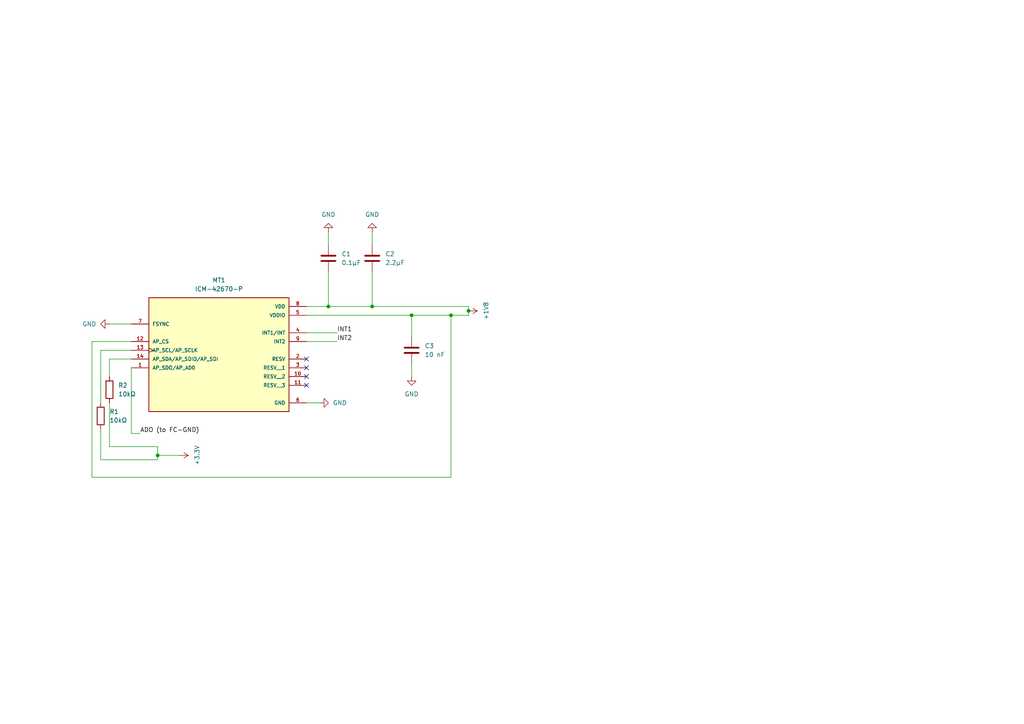
<source format=kicad_sch>
(kicad_sch
	(version 20231120)
	(generator "eeschema")
	(generator_version "8.0")
	(uuid "6562eddb-ab6f-4db8-bf51-f6dd62ac5007")
	(paper "A4")
	(lib_symbols
		(symbol "Device:C"
			(pin_numbers hide)
			(pin_names
				(offset 0.254)
			)
			(exclude_from_sim no)
			(in_bom yes)
			(on_board yes)
			(property "Reference" "C"
				(at 0.635 2.54 0)
				(effects
					(font
						(size 1.27 1.27)
					)
					(justify left)
				)
			)
			(property "Value" "C"
				(at 0.635 -2.54 0)
				(effects
					(font
						(size 1.27 1.27)
					)
					(justify left)
				)
			)
			(property "Footprint" ""
				(at 0.9652 -3.81 0)
				(effects
					(font
						(size 1.27 1.27)
					)
					(hide yes)
				)
			)
			(property "Datasheet" "~"
				(at 0 0 0)
				(effects
					(font
						(size 1.27 1.27)
					)
					(hide yes)
				)
			)
			(property "Description" "Unpolarized capacitor"
				(at 0 0 0)
				(effects
					(font
						(size 1.27 1.27)
					)
					(hide yes)
				)
			)
			(property "ki_keywords" "cap capacitor"
				(at 0 0 0)
				(effects
					(font
						(size 1.27 1.27)
					)
					(hide yes)
				)
			)
			(property "ki_fp_filters" "C_*"
				(at 0 0 0)
				(effects
					(font
						(size 1.27 1.27)
					)
					(hide yes)
				)
			)
			(symbol "C_0_1"
				(polyline
					(pts
						(xy -2.032 -0.762) (xy 2.032 -0.762)
					)
					(stroke
						(width 0.508)
						(type default)
					)
					(fill
						(type none)
					)
				)
				(polyline
					(pts
						(xy -2.032 0.762) (xy 2.032 0.762)
					)
					(stroke
						(width 0.508)
						(type default)
					)
					(fill
						(type none)
					)
				)
			)
			(symbol "C_1_1"
				(pin passive line
					(at 0 3.81 270)
					(length 2.794)
					(name "~"
						(effects
							(font
								(size 1.27 1.27)
							)
						)
					)
					(number "1"
						(effects
							(font
								(size 1.27 1.27)
							)
						)
					)
				)
				(pin passive line
					(at 0 -3.81 90)
					(length 2.794)
					(name "~"
						(effects
							(font
								(size 1.27 1.27)
							)
						)
					)
					(number "2"
						(effects
							(font
								(size 1.27 1.27)
							)
						)
					)
				)
			)
		)
		(symbol "Device:R"
			(pin_numbers hide)
			(pin_names
				(offset 0)
			)
			(exclude_from_sim no)
			(in_bom yes)
			(on_board yes)
			(property "Reference" "R"
				(at 2.032 0 90)
				(effects
					(font
						(size 1.27 1.27)
					)
				)
			)
			(property "Value" "R"
				(at 0 0 90)
				(effects
					(font
						(size 1.27 1.27)
					)
				)
			)
			(property "Footprint" ""
				(at -1.778 0 90)
				(effects
					(font
						(size 1.27 1.27)
					)
					(hide yes)
				)
			)
			(property "Datasheet" "~"
				(at 0 0 0)
				(effects
					(font
						(size 1.27 1.27)
					)
					(hide yes)
				)
			)
			(property "Description" "Resistor"
				(at 0 0 0)
				(effects
					(font
						(size 1.27 1.27)
					)
					(hide yes)
				)
			)
			(property "ki_keywords" "R res resistor"
				(at 0 0 0)
				(effects
					(font
						(size 1.27 1.27)
					)
					(hide yes)
				)
			)
			(property "ki_fp_filters" "R_*"
				(at 0 0 0)
				(effects
					(font
						(size 1.27 1.27)
					)
					(hide yes)
				)
			)
			(symbol "R_0_1"
				(rectangle
					(start -1.016 -2.54)
					(end 1.016 2.54)
					(stroke
						(width 0.254)
						(type default)
					)
					(fill
						(type none)
					)
				)
			)
			(symbol "R_1_1"
				(pin passive line
					(at 0 3.81 270)
					(length 1.27)
					(name "~"
						(effects
							(font
								(size 1.27 1.27)
							)
						)
					)
					(number "1"
						(effects
							(font
								(size 1.27 1.27)
							)
						)
					)
				)
				(pin passive line
					(at 0 -3.81 90)
					(length 1.27)
					(name "~"
						(effects
							(font
								(size 1.27 1.27)
							)
						)
					)
					(number "2"
						(effects
							(font
								(size 1.27 1.27)
							)
						)
					)
				)
			)
		)
		(symbol "ICM-42670-P:ICM-42670-P"
			(pin_names
				(offset 1.016)
			)
			(exclude_from_sim no)
			(in_bom yes)
			(on_board yes)
			(property "Reference" "MT"
				(at -20.32 13.97 0)
				(effects
					(font
						(size 1.27 1.27)
					)
					(justify left bottom)
				)
			)
			(property "Value" "ICM-42670-P"
				(at -20.32 -22.86 0)
				(effects
					(font
						(size 1.27 1.27)
					)
					(justify left bottom)
				)
			)
			(property "Footprint" "ICM-42670-P:XDCR_ICM-42670-P"
				(at 0 0 0)
				(effects
					(font
						(size 1.27 1.27)
					)
					(justify bottom)
					(hide yes)
				)
			)
			(property "Datasheet" ""
				(at 0 0 0)
				(effects
					(font
						(size 1.27 1.27)
					)
					(hide yes)
				)
			)
			(property "Description" ""
				(at 0 0 0)
				(effects
					(font
						(size 1.27 1.27)
					)
					(hide yes)
				)
			)
			(property "PARTREV" "1.1"
				(at 0 0 0)
				(effects
					(font
						(size 1.27 1.27)
					)
					(justify bottom)
					(hide yes)
				)
			)
			(property "STANDARD" "Manufacturer Recommendations"
				(at 0 0 0)
				(effects
					(font
						(size 1.27 1.27)
					)
					(justify bottom)
					(hide yes)
				)
			)
			(property "MAXIMUM_PACKAGE_HEIGHT" "0.81 mm"
				(at 0 0 0)
				(effects
					(font
						(size 1.27 1.27)
					)
					(justify bottom)
					(hide yes)
				)
			)
			(property "MANUFACTURER" "TDK InvenSense"
				(at 0 0 0)
				(effects
					(font
						(size 1.27 1.27)
					)
					(justify bottom)
					(hide yes)
				)
			)
			(symbol "ICM-42670-P_0_0"
				(rectangle
					(start -20.32 -20.32)
					(end 20.32 12.7)
					(stroke
						(width 0.254)
						(type default)
					)
					(fill
						(type background)
					)
				)
				(pin bidirectional line
					(at -25.4 -7.62 0)
					(length 5.08)
					(name "AP_SDO/AP_AD0"
						(effects
							(font
								(size 1.016 1.016)
							)
						)
					)
					(number "1"
						(effects
							(font
								(size 1.016 1.016)
							)
						)
					)
				)
				(pin passive line
					(at 25.4 -10.16 180)
					(length 5.08)
					(name "RESV__2"
						(effects
							(font
								(size 1.016 1.016)
							)
						)
					)
					(number "10"
						(effects
							(font
								(size 1.016 1.016)
							)
						)
					)
				)
				(pin passive line
					(at 25.4 -12.7 180)
					(length 5.08)
					(name "RESV__3"
						(effects
							(font
								(size 1.016 1.016)
							)
						)
					)
					(number "11"
						(effects
							(font
								(size 1.016 1.016)
							)
						)
					)
				)
				(pin input line
					(at -25.4 0 0)
					(length 5.08)
					(name "AP_CS"
						(effects
							(font
								(size 1.016 1.016)
							)
						)
					)
					(number "12"
						(effects
							(font
								(size 1.016 1.016)
							)
						)
					)
				)
				(pin input clock
					(at -25.4 -2.54 0)
					(length 5.08)
					(name "AP_SCL/AP_SCLK"
						(effects
							(font
								(size 1.016 1.016)
							)
						)
					)
					(number "13"
						(effects
							(font
								(size 1.016 1.016)
							)
						)
					)
				)
				(pin bidirectional line
					(at -25.4 -5.08 0)
					(length 5.08)
					(name "AP_SDA/AP_SDIO/AP_SDI"
						(effects
							(font
								(size 1.016 1.016)
							)
						)
					)
					(number "14"
						(effects
							(font
								(size 1.016 1.016)
							)
						)
					)
				)
				(pin passive line
					(at 25.4 -5.08 180)
					(length 5.08)
					(name "RESV"
						(effects
							(font
								(size 1.016 1.016)
							)
						)
					)
					(number "2"
						(effects
							(font
								(size 1.016 1.016)
							)
						)
					)
				)
				(pin passive line
					(at 25.4 -7.62 180)
					(length 5.08)
					(name "RESV__1"
						(effects
							(font
								(size 1.016 1.016)
							)
						)
					)
					(number "3"
						(effects
							(font
								(size 1.016 1.016)
							)
						)
					)
				)
				(pin output line
					(at 25.4 2.54 180)
					(length 5.08)
					(name "INT1/INT"
						(effects
							(font
								(size 1.016 1.016)
							)
						)
					)
					(number "4"
						(effects
							(font
								(size 1.016 1.016)
							)
						)
					)
				)
				(pin power_in line
					(at 25.4 7.62 180)
					(length 5.08)
					(name "VDDIO"
						(effects
							(font
								(size 1.016 1.016)
							)
						)
					)
					(number "5"
						(effects
							(font
								(size 1.016 1.016)
							)
						)
					)
				)
				(pin power_in line
					(at 25.4 -17.78 180)
					(length 5.08)
					(name "GND"
						(effects
							(font
								(size 1.016 1.016)
							)
						)
					)
					(number "6"
						(effects
							(font
								(size 1.016 1.016)
							)
						)
					)
				)
				(pin input line
					(at -25.4 5.08 0)
					(length 5.08)
					(name "FSYNC"
						(effects
							(font
								(size 1.016 1.016)
							)
						)
					)
					(number "7"
						(effects
							(font
								(size 1.016 1.016)
							)
						)
					)
				)
				(pin power_in line
					(at 25.4 10.16 180)
					(length 5.08)
					(name "VDD"
						(effects
							(font
								(size 1.016 1.016)
							)
						)
					)
					(number "8"
						(effects
							(font
								(size 1.016 1.016)
							)
						)
					)
				)
				(pin output line
					(at 25.4 0 180)
					(length 5.08)
					(name "INT2"
						(effects
							(font
								(size 1.016 1.016)
							)
						)
					)
					(number "9"
						(effects
							(font
								(size 1.016 1.016)
							)
						)
					)
				)
			)
		)
		(symbol "power:+1V8"
			(power)
			(pin_numbers hide)
			(pin_names
				(offset 0) hide)
			(exclude_from_sim no)
			(in_bom yes)
			(on_board yes)
			(property "Reference" "#PWR"
				(at 0 -3.81 0)
				(effects
					(font
						(size 1.27 1.27)
					)
					(hide yes)
				)
			)
			(property "Value" "+1V8"
				(at 0 3.556 0)
				(effects
					(font
						(size 1.27 1.27)
					)
				)
			)
			(property "Footprint" ""
				(at 0 0 0)
				(effects
					(font
						(size 1.27 1.27)
					)
					(hide yes)
				)
			)
			(property "Datasheet" ""
				(at 0 0 0)
				(effects
					(font
						(size 1.27 1.27)
					)
					(hide yes)
				)
			)
			(property "Description" "Power symbol creates a global label with name \"+1V8\""
				(at 0 0 0)
				(effects
					(font
						(size 1.27 1.27)
					)
					(hide yes)
				)
			)
			(property "ki_keywords" "global power"
				(at 0 0 0)
				(effects
					(font
						(size 1.27 1.27)
					)
					(hide yes)
				)
			)
			(symbol "+1V8_0_1"
				(polyline
					(pts
						(xy -0.762 1.27) (xy 0 2.54)
					)
					(stroke
						(width 0)
						(type default)
					)
					(fill
						(type none)
					)
				)
				(polyline
					(pts
						(xy 0 0) (xy 0 2.54)
					)
					(stroke
						(width 0)
						(type default)
					)
					(fill
						(type none)
					)
				)
				(polyline
					(pts
						(xy 0 2.54) (xy 0.762 1.27)
					)
					(stroke
						(width 0)
						(type default)
					)
					(fill
						(type none)
					)
				)
			)
			(symbol "+1V8_1_1"
				(pin power_in line
					(at 0 0 90)
					(length 0)
					(name "~"
						(effects
							(font
								(size 1.27 1.27)
							)
						)
					)
					(number "1"
						(effects
							(font
								(size 1.27 1.27)
							)
						)
					)
				)
			)
		)
		(symbol "power:+3.3V"
			(power)
			(pin_numbers hide)
			(pin_names
				(offset 0) hide)
			(exclude_from_sim no)
			(in_bom yes)
			(on_board yes)
			(property "Reference" "#PWR"
				(at 0 -3.81 0)
				(effects
					(font
						(size 1.27 1.27)
					)
					(hide yes)
				)
			)
			(property "Value" "+3.3V"
				(at 0 3.556 0)
				(effects
					(font
						(size 1.27 1.27)
					)
				)
			)
			(property "Footprint" ""
				(at 0 0 0)
				(effects
					(font
						(size 1.27 1.27)
					)
					(hide yes)
				)
			)
			(property "Datasheet" ""
				(at 0 0 0)
				(effects
					(font
						(size 1.27 1.27)
					)
					(hide yes)
				)
			)
			(property "Description" "Power symbol creates a global label with name \"+3.3V\""
				(at 0 0 0)
				(effects
					(font
						(size 1.27 1.27)
					)
					(hide yes)
				)
			)
			(property "ki_keywords" "global power"
				(at 0 0 0)
				(effects
					(font
						(size 1.27 1.27)
					)
					(hide yes)
				)
			)
			(symbol "+3.3V_0_1"
				(polyline
					(pts
						(xy -0.762 1.27) (xy 0 2.54)
					)
					(stroke
						(width 0)
						(type default)
					)
					(fill
						(type none)
					)
				)
				(polyline
					(pts
						(xy 0 0) (xy 0 2.54)
					)
					(stroke
						(width 0)
						(type default)
					)
					(fill
						(type none)
					)
				)
				(polyline
					(pts
						(xy 0 2.54) (xy 0.762 1.27)
					)
					(stroke
						(width 0)
						(type default)
					)
					(fill
						(type none)
					)
				)
			)
			(symbol "+3.3V_1_1"
				(pin power_in line
					(at 0 0 90)
					(length 0)
					(name "~"
						(effects
							(font
								(size 1.27 1.27)
							)
						)
					)
					(number "1"
						(effects
							(font
								(size 1.27 1.27)
							)
						)
					)
				)
			)
		)
		(symbol "power:GND"
			(power)
			(pin_numbers hide)
			(pin_names
				(offset 0) hide)
			(exclude_from_sim no)
			(in_bom yes)
			(on_board yes)
			(property "Reference" "#PWR"
				(at 0 -6.35 0)
				(effects
					(font
						(size 1.27 1.27)
					)
					(hide yes)
				)
			)
			(property "Value" "GND"
				(at 0 -3.81 0)
				(effects
					(font
						(size 1.27 1.27)
					)
				)
			)
			(property "Footprint" ""
				(at 0 0 0)
				(effects
					(font
						(size 1.27 1.27)
					)
					(hide yes)
				)
			)
			(property "Datasheet" ""
				(at 0 0 0)
				(effects
					(font
						(size 1.27 1.27)
					)
					(hide yes)
				)
			)
			(property "Description" "Power symbol creates a global label with name \"GND\" , ground"
				(at 0 0 0)
				(effects
					(font
						(size 1.27 1.27)
					)
					(hide yes)
				)
			)
			(property "ki_keywords" "global power"
				(at 0 0 0)
				(effects
					(font
						(size 1.27 1.27)
					)
					(hide yes)
				)
			)
			(symbol "GND_0_1"
				(polyline
					(pts
						(xy 0 0) (xy 0 -1.27) (xy 1.27 -1.27) (xy 0 -2.54) (xy -1.27 -1.27) (xy 0 -1.27)
					)
					(stroke
						(width 0)
						(type default)
					)
					(fill
						(type none)
					)
				)
			)
			(symbol "GND_1_1"
				(pin power_in line
					(at 0 0 270)
					(length 0)
					(name "~"
						(effects
							(font
								(size 1.27 1.27)
							)
						)
					)
					(number "1"
						(effects
							(font
								(size 1.27 1.27)
							)
						)
					)
				)
			)
		)
	)
	(junction
		(at 119.38 91.44)
		(diameter 0)
		(color 0 0 0 0)
		(uuid "0710e8cb-a7a9-4904-ae44-26eaf3989c6a")
	)
	(junction
		(at 95.25 88.9)
		(diameter 0)
		(color 0 0 0 0)
		(uuid "2918dd9d-32f8-428b-8056-ace5f9dac305")
	)
	(junction
		(at 107.95 88.9)
		(diameter 0)
		(color 0 0 0 0)
		(uuid "2a14d9fd-74a3-4139-ab19-c03151ac0789")
	)
	(junction
		(at 130.81 91.44)
		(diameter 0)
		(color 0 0 0 0)
		(uuid "4833b915-e561-4df5-9b4c-8665d750f804")
	)
	(junction
		(at 135.89 90.17)
		(diameter 0)
		(color 0 0 0 0)
		(uuid "ad84727d-a2af-4995-ad44-b205020dc7e2")
	)
	(junction
		(at 45.72 132.08)
		(diameter 0)
		(color 0 0 0 0)
		(uuid "cd32ef55-1a7d-41fd-b3eb-eab8afbdc61f")
	)
	(no_connect
		(at 88.9 111.76)
		(uuid "3a33b585-0b91-4c65-9573-5997d8c4d671")
	)
	(no_connect
		(at 88.9 106.68)
		(uuid "636629a8-aec9-47a7-853c-6150a94a9087")
	)
	(no_connect
		(at 88.9 109.22)
		(uuid "afd49ea1-b283-440f-af9c-ab4f200990a9")
	)
	(no_connect
		(at 88.9 104.14)
		(uuid "f339f175-505e-45fc-a73c-5322fbc549eb")
	)
	(wire
		(pts
			(xy 45.72 133.35) (xy 29.21 133.35)
		)
		(stroke
			(width 0)
			(type default)
		)
		(uuid "041130ed-1f7f-407c-b682-46a32fd8ccf3")
	)
	(wire
		(pts
			(xy 107.95 78.74) (xy 107.95 88.9)
		)
		(stroke
			(width 0)
			(type default)
		)
		(uuid "07b465d5-c3fa-488b-aa2a-3235a6fbed46")
	)
	(wire
		(pts
			(xy 95.25 78.74) (xy 95.25 88.9)
		)
		(stroke
			(width 0)
			(type default)
		)
		(uuid "0a97e747-a5df-4ab4-b56a-1073ff950652")
	)
	(wire
		(pts
			(xy 135.89 88.9) (xy 135.89 90.17)
		)
		(stroke
			(width 0)
			(type default)
		)
		(uuid "12f5af05-1261-455c-af9d-6e326cdd8ba4")
	)
	(wire
		(pts
			(xy 31.75 129.54) (xy 45.72 129.54)
		)
		(stroke
			(width 0)
			(type default)
		)
		(uuid "17837fea-2c0e-41f1-9535-6ffbfe27d1bd")
	)
	(wire
		(pts
			(xy 26.67 138.43) (xy 130.81 138.43)
		)
		(stroke
			(width 0)
			(type default)
		)
		(uuid "1804638d-0d2c-4e75-ab1e-925400a2d3b0")
	)
	(wire
		(pts
			(xy 38.1 125.73) (xy 40.64 125.73)
		)
		(stroke
			(width 0)
			(type default)
		)
		(uuid "1bff00a1-8c3e-4d69-9ec7-aeba7e6f9273")
	)
	(wire
		(pts
			(xy 45.72 132.08) (xy 52.07 132.08)
		)
		(stroke
			(width 0)
			(type default)
		)
		(uuid "2930a3c1-131e-49e5-a582-23fda79063d0")
	)
	(wire
		(pts
			(xy 95.25 67.31) (xy 95.25 71.12)
		)
		(stroke
			(width 0)
			(type default)
		)
		(uuid "3537d350-10e6-4f6d-930e-f1ae2e28505f")
	)
	(wire
		(pts
			(xy 38.1 99.06) (xy 26.67 99.06)
		)
		(stroke
			(width 0)
			(type default)
		)
		(uuid "3e93025f-9719-44c4-b0af-5a3a3d3c8d9f")
	)
	(wire
		(pts
			(xy 119.38 91.44) (xy 130.81 91.44)
		)
		(stroke
			(width 0)
			(type default)
		)
		(uuid "3fe4dbeb-b7b0-4dc1-abf9-54cd5f8e91c3")
	)
	(wire
		(pts
			(xy 38.1 106.68) (xy 38.1 125.73)
		)
		(stroke
			(width 0)
			(type default)
		)
		(uuid "40e7ae60-1507-4f2d-995d-e02dd3bb72d5")
	)
	(wire
		(pts
			(xy 31.75 93.98) (xy 38.1 93.98)
		)
		(stroke
			(width 0)
			(type default)
		)
		(uuid "4346284a-7d7b-41a3-bd8e-a674f7855bfc")
	)
	(wire
		(pts
			(xy 119.38 105.41) (xy 119.38 109.22)
		)
		(stroke
			(width 0)
			(type default)
		)
		(uuid "5dc87117-72d8-45bc-91ea-ed361166ac02")
	)
	(wire
		(pts
			(xy 29.21 101.6) (xy 38.1 101.6)
		)
		(stroke
			(width 0)
			(type default)
		)
		(uuid "6b13fe12-642f-49dd-a98e-da2c35404929")
	)
	(wire
		(pts
			(xy 29.21 124.46) (xy 29.21 133.35)
		)
		(stroke
			(width 0)
			(type default)
		)
		(uuid "76ee9150-3063-4c90-afe9-6f5ebc7d14bb")
	)
	(wire
		(pts
			(xy 95.25 88.9) (xy 107.95 88.9)
		)
		(stroke
			(width 0)
			(type default)
		)
		(uuid "7ebb2675-bd1a-49a3-94bc-3f3aa4200363")
	)
	(wire
		(pts
			(xy 31.75 104.14) (xy 31.75 109.22)
		)
		(stroke
			(width 0)
			(type default)
		)
		(uuid "814c1789-53b2-4240-9baf-ba4665a4cde3")
	)
	(wire
		(pts
			(xy 38.1 104.14) (xy 31.75 104.14)
		)
		(stroke
			(width 0)
			(type default)
		)
		(uuid "8351450a-875b-4cfd-ac8b-98b64ff41486")
	)
	(wire
		(pts
			(xy 119.38 91.44) (xy 119.38 97.79)
		)
		(stroke
			(width 0)
			(type default)
		)
		(uuid "93292b96-54c3-474d-8eb9-49c9ec0a55e3")
	)
	(wire
		(pts
			(xy 31.75 116.84) (xy 31.75 129.54)
		)
		(stroke
			(width 0)
			(type default)
		)
		(uuid "9fec5406-adb6-4ece-814c-845c22ec5254")
	)
	(wire
		(pts
			(xy 88.9 88.9) (xy 95.25 88.9)
		)
		(stroke
			(width 0)
			(type default)
		)
		(uuid "a00849c3-220f-4dc5-96d5-257663c3864c")
	)
	(wire
		(pts
			(xy 26.67 99.06) (xy 26.67 138.43)
		)
		(stroke
			(width 0)
			(type default)
		)
		(uuid "aa8c787d-d4c1-4a7d-ab7d-ff73a687d10b")
	)
	(wire
		(pts
			(xy 88.9 96.52) (xy 97.79 96.52)
		)
		(stroke
			(width 0)
			(type default)
		)
		(uuid "c12be44e-cb4a-45e3-875a-d67702237559")
	)
	(wire
		(pts
			(xy 88.9 91.44) (xy 119.38 91.44)
		)
		(stroke
			(width 0)
			(type default)
		)
		(uuid "cdda59ab-7985-473f-9322-42aebd1bf1e6")
	)
	(wire
		(pts
			(xy 45.72 129.54) (xy 45.72 132.08)
		)
		(stroke
			(width 0)
			(type default)
		)
		(uuid "d6ed7ef4-1209-4cac-82a0-4ed1d38a826f")
	)
	(wire
		(pts
			(xy 107.95 88.9) (xy 135.89 88.9)
		)
		(stroke
			(width 0)
			(type default)
		)
		(uuid "d7e3724b-69d0-429c-a597-a79c503de140")
	)
	(wire
		(pts
			(xy 135.89 90.17) (xy 135.89 91.44)
		)
		(stroke
			(width 0)
			(type default)
		)
		(uuid "d9a86645-b2d5-42c3-8581-b96867565b8d")
	)
	(wire
		(pts
			(xy 29.21 101.6) (xy 29.21 116.84)
		)
		(stroke
			(width 0)
			(type default)
		)
		(uuid "dccd8e2e-ff23-4127-a4d0-25fa8d11edeb")
	)
	(wire
		(pts
			(xy 130.81 138.43) (xy 130.81 91.44)
		)
		(stroke
			(width 0)
			(type default)
		)
		(uuid "dfab7c94-9b86-4d32-8c58-97947c0a6e08")
	)
	(wire
		(pts
			(xy 88.9 99.06) (xy 97.79 99.06)
		)
		(stroke
			(width 0)
			(type default)
		)
		(uuid "e0124c30-72d4-4050-8b70-5a6d8b41f0b4")
	)
	(wire
		(pts
			(xy 45.72 132.08) (xy 45.72 133.35)
		)
		(stroke
			(width 0)
			(type default)
		)
		(uuid "e0edc68b-85b3-4b4b-94f5-3578cf31ccd5")
	)
	(wire
		(pts
			(xy 107.95 67.31) (xy 107.95 71.12)
		)
		(stroke
			(width 0)
			(type default)
		)
		(uuid "e4596fa0-4612-49ed-aab2-041242be7745")
	)
	(wire
		(pts
			(xy 88.9 116.84) (xy 92.71 116.84)
		)
		(stroke
			(width 0)
			(type default)
		)
		(uuid "f5ca8b99-9b35-4084-9e0c-1ea89b02243e")
	)
	(wire
		(pts
			(xy 130.81 91.44) (xy 135.89 91.44)
		)
		(stroke
			(width 0)
			(type default)
		)
		(uuid "fb67e216-1f37-4e48-b5c7-25a5da7beafb")
	)
	(label "INT2"
		(at 97.79 99.06 0)
		(fields_autoplaced yes)
		(effects
			(font
				(size 1.27 1.27)
			)
			(justify left bottom)
		)
		(uuid "53db232d-47ef-4ce5-85c3-1a4d5d524698")
	)
	(label "INT1"
		(at 97.79 96.52 0)
		(fields_autoplaced yes)
		(effects
			(font
				(size 1.27 1.27)
			)
			(justify left bottom)
		)
		(uuid "54717b05-ef9c-4bb3-b11a-df203e79aeb0")
	)
	(label "ADO (to FC-GND)"
		(at 40.64 125.73 0)
		(fields_autoplaced yes)
		(effects
			(font
				(size 1.27 1.27)
			)
			(justify left bottom)
		)
		(uuid "cc478ddc-e60e-4301-bd7f-2d45806e8c8b")
	)
	(symbol
		(lib_id "power:GND")
		(at 107.95 67.31 180)
		(unit 1)
		(exclude_from_sim no)
		(in_bom yes)
		(on_board yes)
		(dnp no)
		(fields_autoplaced yes)
		(uuid "01b53208-4d80-478a-aea5-60d3b5472373")
		(property "Reference" "#PWR02"
			(at 107.95 60.96 0)
			(effects
				(font
					(size 1.27 1.27)
				)
				(hide yes)
			)
		)
		(property "Value" "GND"
			(at 107.95 62.23 0)
			(effects
				(font
					(size 1.27 1.27)
				)
			)
		)
		(property "Footprint" ""
			(at 107.95 67.31 0)
			(effects
				(font
					(size 1.27 1.27)
				)
				(hide yes)
			)
		)
		(property "Datasheet" ""
			(at 107.95 67.31 0)
			(effects
				(font
					(size 1.27 1.27)
				)
				(hide yes)
			)
		)
		(property "Description" "Power symbol creates a global label with name \"GND\" , ground"
			(at 107.95 67.31 0)
			(effects
				(font
					(size 1.27 1.27)
				)
				(hide yes)
			)
		)
		(pin "1"
			(uuid "2d4d8117-18c3-40c0-80ff-de32ace48050")
		)
		(instances
			(project ""
				(path "/6562eddb-ab6f-4db8-bf51-f6dd62ac5007"
					(reference "#PWR02")
					(unit 1)
				)
			)
		)
	)
	(symbol
		(lib_id "Device:C")
		(at 107.95 74.93 0)
		(unit 1)
		(exclude_from_sim no)
		(in_bom yes)
		(on_board yes)
		(dnp no)
		(fields_autoplaced yes)
		(uuid "07008d04-5f91-4004-b651-ba7b65d0220d")
		(property "Reference" "C2"
			(at 111.76 73.6599 0)
			(effects
				(font
					(size 1.27 1.27)
				)
				(justify left)
			)
		)
		(property "Value" "2.2µF"
			(at 111.76 76.1999 0)
			(effects
				(font
					(size 1.27 1.27)
				)
				(justify left)
			)
		)
		(property "Footprint" ""
			(at 108.9152 78.74 0)
			(effects
				(font
					(size 1.27 1.27)
				)
				(hide yes)
			)
		)
		(property "Datasheet" "~"
			(at 107.95 74.93 0)
			(effects
				(font
					(size 1.27 1.27)
				)
				(hide yes)
			)
		)
		(property "Description" "Unpolarized capacitor"
			(at 107.95 74.93 0)
			(effects
				(font
					(size 1.27 1.27)
				)
				(hide yes)
			)
		)
		(pin "2"
			(uuid "1284ab5b-8a81-43a4-b653-754aafd6eabb")
		)
		(pin "1"
			(uuid "d7b34122-3308-4301-b634-2449c345787f")
		)
		(instances
			(project ""
				(path "/6562eddb-ab6f-4db8-bf51-f6dd62ac5007"
					(reference "C2")
					(unit 1)
				)
			)
		)
	)
	(symbol
		(lib_id "power:GND")
		(at 119.38 109.22 0)
		(unit 1)
		(exclude_from_sim no)
		(in_bom yes)
		(on_board yes)
		(dnp no)
		(fields_autoplaced yes)
		(uuid "1cf89357-0728-4f23-9a97-3f61bb4ededd")
		(property "Reference" "#PWR01"
			(at 119.38 115.57 0)
			(effects
				(font
					(size 1.27 1.27)
				)
				(hide yes)
			)
		)
		(property "Value" "GND"
			(at 119.38 114.3 0)
			(effects
				(font
					(size 1.27 1.27)
				)
			)
		)
		(property "Footprint" ""
			(at 119.38 109.22 0)
			(effects
				(font
					(size 1.27 1.27)
				)
				(hide yes)
			)
		)
		(property "Datasheet" ""
			(at 119.38 109.22 0)
			(effects
				(font
					(size 1.27 1.27)
				)
				(hide yes)
			)
		)
		(property "Description" "Power symbol creates a global label with name \"GND\" , ground"
			(at 119.38 109.22 0)
			(effects
				(font
					(size 1.27 1.27)
				)
				(hide yes)
			)
		)
		(pin "1"
			(uuid "cf0df387-84b3-4159-bc56-37b539484ae7")
		)
		(instances
			(project ""
				(path "/6562eddb-ab6f-4db8-bf51-f6dd62ac5007"
					(reference "#PWR01")
					(unit 1)
				)
			)
		)
	)
	(symbol
		(lib_id "power:+3.3V")
		(at 52.07 132.08 270)
		(unit 1)
		(exclude_from_sim no)
		(in_bom yes)
		(on_board yes)
		(dnp no)
		(fields_autoplaced yes)
		(uuid "33a10f52-c93d-483b-9941-805a3d7c9393")
		(property "Reference" "#PWR07"
			(at 48.26 132.08 0)
			(effects
				(font
					(size 1.27 1.27)
				)
				(hide yes)
			)
		)
		(property "Value" "+3.3V"
			(at 57.15 132.08 0)
			(effects
				(font
					(size 1.27 1.27)
				)
			)
		)
		(property "Footprint" ""
			(at 52.07 132.08 0)
			(effects
				(font
					(size 1.27 1.27)
				)
				(hide yes)
			)
		)
		(property "Datasheet" ""
			(at 52.07 132.08 0)
			(effects
				(font
					(size 1.27 1.27)
				)
				(hide yes)
			)
		)
		(property "Description" "Power symbol creates a global label with name \"+3.3V\""
			(at 52.07 132.08 0)
			(effects
				(font
					(size 1.27 1.27)
				)
				(hide yes)
			)
		)
		(pin "1"
			(uuid "5a1ea80e-7216-4d43-9c69-e1c96a6f2289")
		)
		(instances
			(project ""
				(path "/6562eddb-ab6f-4db8-bf51-f6dd62ac5007"
					(reference "#PWR07")
					(unit 1)
				)
			)
		)
	)
	(symbol
		(lib_id "power:GND")
		(at 31.75 93.98 270)
		(mirror x)
		(unit 1)
		(exclude_from_sim no)
		(in_bom yes)
		(on_board yes)
		(dnp no)
		(fields_autoplaced yes)
		(uuid "3fe1d07f-33ab-42db-82ab-e21b120d14e8")
		(property "Reference" "#PWR06"
			(at 25.4 93.98 0)
			(effects
				(font
					(size 1.27 1.27)
				)
				(hide yes)
			)
		)
		(property "Value" "GND"
			(at 27.94 93.9799 90)
			(effects
				(font
					(size 1.27 1.27)
				)
				(justify right)
			)
		)
		(property "Footprint" ""
			(at 31.75 93.98 0)
			(effects
				(font
					(size 1.27 1.27)
				)
				(hide yes)
			)
		)
		(property "Datasheet" ""
			(at 31.75 93.98 0)
			(effects
				(font
					(size 1.27 1.27)
				)
				(hide yes)
			)
		)
		(property "Description" "Power symbol creates a global label with name \"GND\" , ground"
			(at 31.75 93.98 0)
			(effects
				(font
					(size 1.27 1.27)
				)
				(hide yes)
			)
		)
		(pin "1"
			(uuid "4736a191-10f8-4920-931e-d9625cb829d7")
		)
		(instances
			(project ""
				(path "/6562eddb-ab6f-4db8-bf51-f6dd62ac5007"
					(reference "#PWR06")
					(unit 1)
				)
			)
		)
	)
	(symbol
		(lib_id "power:GND")
		(at 92.71 116.84 90)
		(unit 1)
		(exclude_from_sim no)
		(in_bom yes)
		(on_board yes)
		(dnp no)
		(fields_autoplaced yes)
		(uuid "6f3a6d9b-6cbd-42f8-b150-3e36f46fdb1c")
		(property "Reference" "#PWR04"
			(at 99.06 116.84 0)
			(effects
				(font
					(size 1.27 1.27)
				)
				(hide yes)
			)
		)
		(property "Value" "GND"
			(at 96.52 116.8399 90)
			(effects
				(font
					(size 1.27 1.27)
				)
				(justify right)
			)
		)
		(property "Footprint" ""
			(at 92.71 116.84 0)
			(effects
				(font
					(size 1.27 1.27)
				)
				(hide yes)
			)
		)
		(property "Datasheet" ""
			(at 92.71 116.84 0)
			(effects
				(font
					(size 1.27 1.27)
				)
				(hide yes)
			)
		)
		(property "Description" "Power symbol creates a global label with name \"GND\" , ground"
			(at 92.71 116.84 0)
			(effects
				(font
					(size 1.27 1.27)
				)
				(hide yes)
			)
		)
		(pin "1"
			(uuid "3c2ee198-7a04-49ea-addd-d89b682a45c0")
		)
		(instances
			(project ""
				(path "/6562eddb-ab6f-4db8-bf51-f6dd62ac5007"
					(reference "#PWR04")
					(unit 1)
				)
			)
		)
	)
	(symbol
		(lib_id "Device:R")
		(at 29.21 120.65 0)
		(unit 1)
		(exclude_from_sim no)
		(in_bom yes)
		(on_board yes)
		(dnp no)
		(fields_autoplaced yes)
		(uuid "8a8aa24c-8899-4217-abe3-088832651574")
		(property "Reference" "R1"
			(at 31.75 119.3799 0)
			(effects
				(font
					(size 1.27 1.27)
				)
				(justify left)
			)
		)
		(property "Value" "10kΩ"
			(at 31.75 121.9199 0)
			(effects
				(font
					(size 1.27 1.27)
				)
				(justify left)
			)
		)
		(property "Footprint" ""
			(at 27.432 120.65 90)
			(effects
				(font
					(size 1.27 1.27)
				)
				(hide yes)
			)
		)
		(property "Datasheet" "~"
			(at 29.21 120.65 0)
			(effects
				(font
					(size 1.27 1.27)
				)
				(hide yes)
			)
		)
		(property "Description" "Resistor"
			(at 29.21 120.65 0)
			(effects
				(font
					(size 1.27 1.27)
				)
				(hide yes)
			)
		)
		(pin "2"
			(uuid "1ff30316-9f54-463b-9668-11279a5b9add")
		)
		(pin "1"
			(uuid "2df8bf00-3999-4440-9abb-054acf1709f4")
		)
		(instances
			(project ""
				(path "/6562eddb-ab6f-4db8-bf51-f6dd62ac5007"
					(reference "R1")
					(unit 1)
				)
			)
		)
	)
	(symbol
		(lib_id "power:+1V8")
		(at 135.89 90.17 270)
		(unit 1)
		(exclude_from_sim no)
		(in_bom yes)
		(on_board yes)
		(dnp no)
		(fields_autoplaced yes)
		(uuid "909466ac-f8e2-4339-a902-4637843bd2e7")
		(property "Reference" "#PWR05"
			(at 132.08 90.17 0)
			(effects
				(font
					(size 1.27 1.27)
				)
				(hide yes)
			)
		)
		(property "Value" "+1V8"
			(at 140.97 90.17 0)
			(effects
				(font
					(size 1.27 1.27)
				)
			)
		)
		(property "Footprint" ""
			(at 135.89 90.17 0)
			(effects
				(font
					(size 1.27 1.27)
				)
				(hide yes)
			)
		)
		(property "Datasheet" ""
			(at 135.89 90.17 0)
			(effects
				(font
					(size 1.27 1.27)
				)
				(hide yes)
			)
		)
		(property "Description" "Power symbol creates a global label with name \"+1V8\""
			(at 135.89 90.17 0)
			(effects
				(font
					(size 1.27 1.27)
				)
				(hide yes)
			)
		)
		(pin "1"
			(uuid "2d808283-3a01-423f-924a-cb11cbb90643")
		)
		(instances
			(project ""
				(path "/6562eddb-ab6f-4db8-bf51-f6dd62ac5007"
					(reference "#PWR05")
					(unit 1)
				)
			)
		)
	)
	(symbol
		(lib_id "Device:C")
		(at 95.25 74.93 0)
		(unit 1)
		(exclude_from_sim no)
		(in_bom yes)
		(on_board yes)
		(dnp no)
		(fields_autoplaced yes)
		(uuid "a6c3d00e-1944-448e-9950-f55439792c71")
		(property "Reference" "C1"
			(at 99.06 73.6599 0)
			(effects
				(font
					(size 1.27 1.27)
				)
				(justify left)
			)
		)
		(property "Value" "0.1µF"
			(at 99.06 76.1999 0)
			(effects
				(font
					(size 1.27 1.27)
				)
				(justify left)
			)
		)
		(property "Footprint" ""
			(at 96.2152 78.74 0)
			(effects
				(font
					(size 1.27 1.27)
				)
				(hide yes)
			)
		)
		(property "Datasheet" "~"
			(at 95.25 74.93 0)
			(effects
				(font
					(size 1.27 1.27)
				)
				(hide yes)
			)
		)
		(property "Description" "Unpolarized capacitor"
			(at 95.25 74.93 0)
			(effects
				(font
					(size 1.27 1.27)
				)
				(hide yes)
			)
		)
		(pin "1"
			(uuid "6df025e8-dfe6-44ef-bf07-5fd114ac1d4f")
		)
		(pin "2"
			(uuid "e61e54f2-6ede-45e5-89a7-af9a8e604921")
		)
		(instances
			(project ""
				(path "/6562eddb-ab6f-4db8-bf51-f6dd62ac5007"
					(reference "C1")
					(unit 1)
				)
			)
		)
	)
	(symbol
		(lib_id "power:GND")
		(at 95.25 67.31 180)
		(unit 1)
		(exclude_from_sim no)
		(in_bom yes)
		(on_board yes)
		(dnp no)
		(fields_autoplaced yes)
		(uuid "a7e7bec1-1176-4abd-9aef-fd5dd1d6f85f")
		(property "Reference" "#PWR03"
			(at 95.25 60.96 0)
			(effects
				(font
					(size 1.27 1.27)
				)
				(hide yes)
			)
		)
		(property "Value" "GND"
			(at 95.25 62.23 0)
			(effects
				(font
					(size 1.27 1.27)
				)
			)
		)
		(property "Footprint" ""
			(at 95.25 67.31 0)
			(effects
				(font
					(size 1.27 1.27)
				)
				(hide yes)
			)
		)
		(property "Datasheet" ""
			(at 95.25 67.31 0)
			(effects
				(font
					(size 1.27 1.27)
				)
				(hide yes)
			)
		)
		(property "Description" "Power symbol creates a global label with name \"GND\" , ground"
			(at 95.25 67.31 0)
			(effects
				(font
					(size 1.27 1.27)
				)
				(hide yes)
			)
		)
		(pin "1"
			(uuid "6444b792-ec57-4589-96f2-eb6370c3f6f0")
		)
		(instances
			(project ""
				(path "/6562eddb-ab6f-4db8-bf51-f6dd62ac5007"
					(reference "#PWR03")
					(unit 1)
				)
			)
		)
	)
	(symbol
		(lib_id "Device:R")
		(at 31.75 113.03 0)
		(unit 1)
		(exclude_from_sim no)
		(in_bom yes)
		(on_board yes)
		(dnp no)
		(fields_autoplaced yes)
		(uuid "b8bf28e9-c5c6-4345-b0e3-53a3d4c485c3")
		(property "Reference" "R2"
			(at 34.29 111.7599 0)
			(effects
				(font
					(size 1.27 1.27)
				)
				(justify left)
			)
		)
		(property "Value" "10kΩ"
			(at 34.29 114.2999 0)
			(effects
				(font
					(size 1.27 1.27)
				)
				(justify left)
			)
		)
		(property "Footprint" ""
			(at 29.972 113.03 90)
			(effects
				(font
					(size 1.27 1.27)
				)
				(hide yes)
			)
		)
		(property "Datasheet" "~"
			(at 31.75 113.03 0)
			(effects
				(font
					(size 1.27 1.27)
				)
				(hide yes)
			)
		)
		(property "Description" "Resistor"
			(at 31.75 113.03 0)
			(effects
				(font
					(size 1.27 1.27)
				)
				(hide yes)
			)
		)
		(pin "1"
			(uuid "96736bcc-1bee-437d-8b46-3a6c82d35c71")
		)
		(pin "2"
			(uuid "0a9a01fa-9b2a-4e67-b9a9-7fa09c1d1939")
		)
		(instances
			(project ""
				(path "/6562eddb-ab6f-4db8-bf51-f6dd62ac5007"
					(reference "R2")
					(unit 1)
				)
			)
		)
	)
	(symbol
		(lib_id "ICM-42670-P:ICM-42670-P")
		(at 63.5 99.06 0)
		(unit 1)
		(exclude_from_sim no)
		(in_bom yes)
		(on_board yes)
		(dnp no)
		(fields_autoplaced yes)
		(uuid "b922fdee-75df-4da8-8861-631e9bdb85e4")
		(property "Reference" "MT1"
			(at 63.5 81.28 0)
			(effects
				(font
					(size 1.27 1.27)
				)
			)
		)
		(property "Value" "ICM-42670-P"
			(at 63.5 83.82 0)
			(effects
				(font
					(size 1.27 1.27)
				)
			)
		)
		(property "Footprint" "ICM-42670-P:XDCR_ICM-42670-P"
			(at 63.5 99.06 0)
			(effects
				(font
					(size 1.27 1.27)
				)
				(justify bottom)
				(hide yes)
			)
		)
		(property "Datasheet" ""
			(at 63.5 99.06 0)
			(effects
				(font
					(size 1.27 1.27)
				)
				(hide yes)
			)
		)
		(property "Description" ""
			(at 63.5 99.06 0)
			(effects
				(font
					(size 1.27 1.27)
				)
				(hide yes)
			)
		)
		(property "PARTREV" "1.1"
			(at 63.5 99.06 0)
			(effects
				(font
					(size 1.27 1.27)
				)
				(justify bottom)
				(hide yes)
			)
		)
		(property "STANDARD" "Manufacturer Recommendations"
			(at 63.5 99.06 0)
			(effects
				(font
					(size 1.27 1.27)
				)
				(justify bottom)
				(hide yes)
			)
		)
		(property "MAXIMUM_PACKAGE_HEIGHT" "0.81 mm"
			(at 63.5 99.06 0)
			(effects
				(font
					(size 1.27 1.27)
				)
				(justify bottom)
				(hide yes)
			)
		)
		(property "MANUFACTURER" "TDK InvenSense"
			(at 63.5 99.06 0)
			(effects
				(font
					(size 1.27 1.27)
				)
				(justify bottom)
				(hide yes)
			)
		)
		(pin "4"
			(uuid "22d8bb0e-2081-42be-8a61-443c973e9e61")
		)
		(pin "13"
			(uuid "9e4166da-a83b-4ee9-adf9-1d2d40a3fdaf")
		)
		(pin "14"
			(uuid "4a3b9631-f379-454b-a459-170bb8043943")
		)
		(pin "9"
			(uuid "3a8fc6bb-d7dd-4e69-9dba-bff7e05020c3")
		)
		(pin "11"
			(uuid "3137f826-2976-4c01-ab62-1dc682090daa")
		)
		(pin "7"
			(uuid "57adfbeb-ad85-4806-b0ff-532779b7d3d4")
		)
		(pin "1"
			(uuid "748a115e-a215-45d9-a886-ac0765546d68")
		)
		(pin "10"
			(uuid "97b1e064-e8d8-45ef-86f3-dcdb998b7966")
		)
		(pin "3"
			(uuid "a8b01388-1a61-46eb-85d9-42419405d15a")
		)
		(pin "6"
			(uuid "8727e008-8503-4592-8285-e9ab39ac33dd")
		)
		(pin "5"
			(uuid "12a059f4-92f9-4beb-b619-4cb2723b6e37")
		)
		(pin "2"
			(uuid "f7cf56fe-4e32-422a-b9c8-231eb290d61e")
		)
		(pin "12"
			(uuid "1071895e-1c19-4f88-b1b0-b726bdbe7959")
		)
		(pin "8"
			(uuid "564c3014-000b-4c4e-8bb4-0318a9fbd84d")
		)
		(instances
			(project ""
				(path "/6562eddb-ab6f-4db8-bf51-f6dd62ac5007"
					(reference "MT1")
					(unit 1)
				)
			)
		)
	)
	(symbol
		(lib_id "Device:C")
		(at 119.38 101.6 0)
		(unit 1)
		(exclude_from_sim no)
		(in_bom yes)
		(on_board yes)
		(dnp no)
		(fields_autoplaced yes)
		(uuid "f44039d6-04ba-47b5-b8a7-19e8d2cb7fd4")
		(property "Reference" "C3"
			(at 123.19 100.3299 0)
			(effects
				(font
					(size 1.27 1.27)
				)
				(justify left)
			)
		)
		(property "Value" "10 nF"
			(at 123.19 102.8699 0)
			(effects
				(font
					(size 1.27 1.27)
				)
				(justify left)
			)
		)
		(property "Footprint" ""
			(at 120.3452 105.41 0)
			(effects
				(font
					(size 1.27 1.27)
				)
				(hide yes)
			)
		)
		(property "Datasheet" "~"
			(at 119.38 101.6 0)
			(effects
				(font
					(size 1.27 1.27)
				)
				(hide yes)
			)
		)
		(property "Description" "Unpolarized capacitor"
			(at 119.38 101.6 0)
			(effects
				(font
					(size 1.27 1.27)
				)
				(hide yes)
			)
		)
		(pin "2"
			(uuid "17c7d06c-888c-45aa-bbd1-4b691dcfbc05")
		)
		(pin "1"
			(uuid "2dece87e-5f1f-4919-8485-fd26d30db3db")
		)
		(instances
			(project ""
				(path "/6562eddb-ab6f-4db8-bf51-f6dd62ac5007"
					(reference "C3")
					(unit 1)
				)
			)
		)
	)
	(sheet_instances
		(path "/"
			(page "1")
		)
	)
)

</source>
